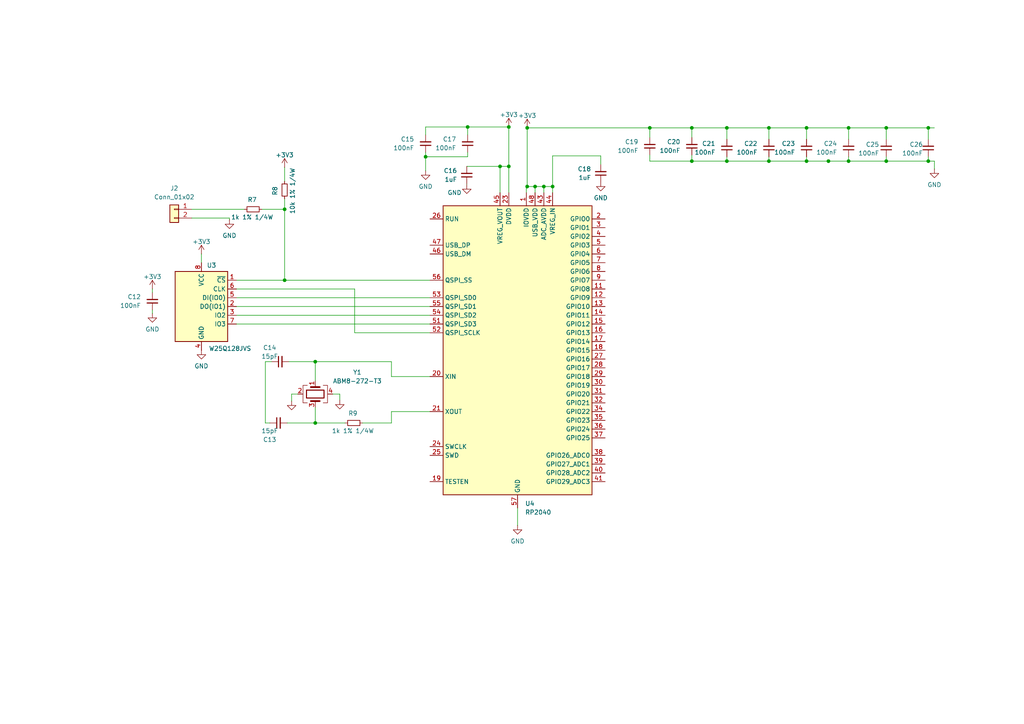
<source format=kicad_sch>
(kicad_sch (version 20231120) (generator "eeschema") (generator_version "8.0")
  (paper "A4")
  (lib_symbols
    (symbol "Connector_Generic:Conn_01x02" (pin_names (offset 1.016) hide)
      (property "Reference" "J" (at 0 2.54 0))
      (property "Value" "Conn_01x02" (at 0 -5.08 0))
      (symbol "Conn_01x02_1_1"
        (rectangle (start -1.27 -2.413) (end 0 -2.667) (stroke (width 0.1524)))
        (rectangle (start -1.27 0.127) (end 0 -0.127) (stroke (width 0.1524)))
        (rectangle (start -1.27 1.27) (end 1.27 -3.81) (stroke (width 0.254)) (fill (type background)))
        (pin passive line (at -5.08 0 0) (length 3.81) (name "Pin_1") (number "1"))
        (pin passive line (at -5.08 -2.54 0) (length 3.81) (name "Pin_2") (number "2"))
      )
    )
    (symbol "Device:C_Small" (pin_numbers hide) (pin_names (offset 0.254) hide)
      (property "Reference" "C" (at 0.254 1.778 0))
      (property "Value" "C_Small" (at 0.254 -2.032 0))
      (symbol "C_Small_0_1"
        (polyline (pts (xy -1.524 -0.508) (xy 1.524 -0.508)) (stroke (width 0.3302)))
        (polyline (pts (xy -1.524 0.508) (xy 1.524 0.508)) (stroke (width 0.3048)))
      )
      (symbol "C_Small_1_1"
        (pin passive line (at 0 2.54 270) (length 2.032) (name "~") (number "1"))
        (pin passive line (at 0 -2.54 90) (length 2.032) (name "~") (number "2"))
      )
    )
    (symbol "Device:Crystal_GND24" (pin_names (offset 1.016) hide)
      (property "Reference" "Y" (at 3.175 5.08 0))
      (property "Value" "Crystal_GND24" (at 3.175 3.175 0))
      (symbol "Crystal_GND24_0_1"
        (rectangle (start -1.143 2.54) (end 1.143 -2.54) (stroke (width 0.3048)))
        (polyline (pts (xy -2.54 0) (xy -2.032 0)))
        (polyline (pts (xy -2.032 -1.27) (xy -2.032 1.27)) (stroke (width 0.508)))
        (polyline (pts (xy 0 -3.81) (xy 0 -3.556)))
        (polyline (pts (xy 0 3.556) (xy 0 3.81)))
        (polyline (pts (xy 2.032 -1.27) (xy 2.032 1.27)) (stroke (width 0.508)))
        (polyline (pts (xy 2.032 0) (xy 2.54 0)))
        (polyline (pts (xy -2.54 -2.286) (xy -2.54 -3.556) (xy 2.54 -3.556) (xy 2.54 -2.286)))
        (polyline (pts (xy -2.54 2.286) (xy -2.54 3.556) (xy 2.54 3.556) (xy 2.54 2.286)))
      )
      (symbol "Crystal_GND24_1_1"
        (pin passive line (at -3.81 0 0) (length 1.27) (name "1") (number "1"))
        (pin passive line (at 0 5.08 270) (length 1.27) (name "2") (number "2"))
        (pin passive line (at 3.81 0 180) (length 1.27) (name "3") (number "3"))
        (pin passive line (at 0 -5.08 90) (length 1.27) (name "4") (number "4"))
      )
    )
    (symbol "Device:R_Small" (pin_numbers hide) (pin_names (offset 0.254) hide)
      (property "Reference" "R" (at 0.762 0.508 0))
      (property "Value" "R_Small" (at 0.762 -1.016 0))
      (symbol "R_Small_0_1"
        (rectangle (start -0.762 1.778) (end 0.762 -1.778) (stroke (width 0.2032)))
      )
      (symbol "R_Small_1_1"
        (pin passive line (at 0 2.54 270) (length 0.762) (name "~") (number "1"))
        (pin passive line (at 0 -2.54 90) (length 0.762) (name "~") (number "2"))
      )
    )
    (symbol "MCU_RaspberryPi:RP2040"
      (property "Reference" "U" (at 17.78 45.72 0))
      (property "Value" "RP2040" (at 17.78 43.18 0))
      (symbol "RP2040_0_1"
        (rectangle (start -21.59 41.91) (end 21.59 -41.91) (stroke (width 0.254)) (fill (type background)))
      )
      (symbol "RP2040_1_1"
        (pin power_in line (at 2.54 45.72 270) (length 3.81) (name "IOVDD") (number "1"))
        (pin passive line (at 2.54 45.72 270) (length 3.81) hide (name "IOVDD") (number "10"))
        (pin bidirectional line (at 25.4 17.78 180) (length 3.81) (name "GPIO8") (number "11"))
        (pin bidirectional line (at 25.4 15.24 180) (length 3.81) (name "GPIO9") (number "12"))
        (pin bidirectional line (at 25.4 12.7 180) (length 3.81) (name "GPIO10") (number "13"))
        (pin bidirectional line (at 25.4 10.16 180) (length 3.81) (name "GPIO11") (number "14"))
        (pin bidirectional line (at 25.4 7.62 180) (length 3.81) (name "GPIO12") (number "15"))
        (pin bidirectional line (at 25.4 5.08 180) (length 3.81) (name "GPIO13") (number "16"))
        (pin bidirectional line (at 25.4 2.54 180) (length 3.81) (name "GPIO14") (number "17"))
        (pin bidirectional line (at 25.4 0 180) (length 3.81) (name "GPIO15") (number "18"))
        (pin input line (at -25.4 -38.1 0) (length 3.81) (name "TESTEN") (number "19"))
        (pin bidirectional line (at 25.4 38.1 180) (length 3.81) (name "GPIO0") (number "2"))
        (pin input line (at -25.4 -7.62 0) (length 3.81) (name "XIN") (number "20"))
        (pin passive line (at -25.4 -17.78 0) (length 3.81) (name "XOUT") (number "21"))
        (pin passive line (at 2.54 45.72 270) (length 3.81) hide (name "IOVDD") (number "22"))
        (pin power_in line (at -2.54 45.72 270) (length 3.81) (name "DVDD") (number "23"))
        (pin input line (at -25.4 -27.94 0) (length 3.81) (name "SWCLK") (number "24"))
        (pin bidirectional line (at -25.4 -30.48 0) (length 3.81) (name "SWD") (number "25"))
        (pin input line (at -25.4 38.1 0) (length 3.81) (name "RUN") (number "26"))
        (pin bidirectional line (at 25.4 -2.54 180) (length 3.81) (name "GPIO16") (number "27"))
        (pin bidirectional line (at 25.4 -5.08 180) (length 3.81) (name "GPIO17") (number "28"))
        (pin bidirectional line (at 25.4 -7.62 180) (length 3.81) (name "GPIO18") (number "29"))
        (pin bidirectional line (at 25.4 35.56 180) (length 3.81) (name "GPIO1") (number "3"))
        (pin bidirectional line (at 25.4 -10.16 180) (length 3.81) (name "GPIO19") (number "30"))
        (pin bidirectional line (at 25.4 -12.7 180) (length 3.81) (name "GPIO20") (number "31"))
        (pin bidirectional line (at 25.4 -15.24 180) (length 3.81) (name "GPIO21") (number "32"))
        (pin passive line (at 2.54 45.72 270) (length 3.81) hide (name "IOVDD") (number "33"))
        (pin bidirectional line (at 25.4 -17.78 180) (length 3.81) (name "GPIO22") (number "34"))
        (pin bidirectional line (at 25.4 -20.32 180) (length 3.81) (name "GPIO23") (number "35"))
        (pin bidirectional line (at 25.4 -22.86 180) (length 3.81) (name "GPIO24") (number "36"))
        (pin bidirectional line (at 25.4 -25.4 180) (length 3.81) (name "GPIO25") (number "37"))
        (pin bidirectional line (at 25.4 -30.48 180) (length 3.81) (name "GPIO26_ADC0") (number "38"))
        (pin bidirectional line (at 25.4 -33.02 180) (length 3.81) (name "GPIO27_ADC1") (number "39"))
        (pin bidirectional line (at 25.4 33.02 180) (length 3.81) (name "GPIO2") (number "4"))
        (pin bidirectional line (at 25.4 -35.56 180) (length 3.81) (name "GPIO28_ADC2") (number "40"))
        (pin bidirectional line (at 25.4 -38.1 180) (length 3.81) (name "GPIO29_ADC3") (number "41"))
        (pin passive line (at 2.54 45.72 270) (length 3.81) hide (name "IOVDD") (number "42"))
        (pin power_in line (at 7.62 45.72 270) (length 3.81) (name "ADC_AVDD") (number "43"))
        (pin power_in line (at 10.16 45.72 270) (length 3.81) (name "VREG_IN") (number "44"))
        (pin power_out line (at -5.08 45.72 270) (length 3.81) (name "VREG_VOUT") (number "45"))
        (pin bidirectional line (at -25.4 27.94 0) (length 3.81) (name "USB_DM") (number "46"))
        (pin bidirectional line (at -25.4 30.48 0) (length 3.81) (name "USB_DP") (number "47"))
        (pin power_in line (at 5.08 45.72 270) (length 3.81) (name "USB_VDD") (number "48"))
        (pin passive line (at 2.54 45.72 270) (length 3.81) hide (name "IOVDD") (number "49"))
        (pin bidirectional line (at 25.4 30.48 180) (length 3.81) (name "GPIO3") (number "5"))
        (pin passive line (at -2.54 45.72 270) (length 3.81) hide (name "DVDD") (number "50"))
        (pin bidirectional line (at -25.4 7.62 0) (length 3.81) (name "QSPI_SD3") (number "51"))
        (pin output line (at -25.4 5.08 0) (length 3.81) (name "QSPI_SCLK") (number "52"))
        (pin bidirectional line (at -25.4 15.24 0) (length 3.81) (name "QSPI_SD0") (number "53"))
        (pin bidirectional line (at -25.4 10.16 0) (length 3.81) (name "QSPI_SD2") (number "54"))
        (pin bidirectional line (at -25.4 12.7 0) (length 3.81) (name "QSPI_SD1") (number "55"))
        (pin bidirectional line (at -25.4 20.32 0) (length 3.81) (name "QSPI_SS") (number "56"))
        (pin power_in line (at 0 -45.72 90) (length 3.81) (name "GND") (number "57"))
        (pin bidirectional line (at 25.4 27.94 180) (length 3.81) (name "GPIO4") (number "6"))
        (pin bidirectional line (at 25.4 25.4 180) (length 3.81) (name "GPIO5") (number "7"))
        (pin bidirectional line (at 25.4 22.86 180) (length 3.81) (name "GPIO6") (number "8"))
        (pin bidirectional line (at 25.4 20.32 180) (length 3.81) (name "GPIO7") (number "9"))
      )
    )
    (symbol "Memory_Flash:W25Q128JVS"
      (property "Reference" "U" (at -8.89 8.89 0))
      (property "Value" "W25Q128JVS" (at 7.62 8.89 0))
      (symbol "W25Q128JVS_0_1"
        (rectangle (start -7.62 10.16) (end 7.62 -10.16) (stroke (width 0.254)) (fill (type background)))
      )
      (symbol "W25Q128JVS_1_1"
        (pin input line (at -10.16 7.62 0) (length 2.54) (name "~{CS}") (number "1"))
        (pin bidirectional line (at -10.16 0 0) (length 2.54) (name "DO(IO1)") (number "2"))
        (pin bidirectional line (at -10.16 -2.54 0) (length 2.54) (name "IO2") (number "3"))
        (pin power_in line (at 0 -12.7 90) (length 2.54) (name "GND") (number "4"))
        (pin bidirectional line (at -10.16 2.54 0) (length 2.54) (name "DI(IO0)") (number "5"))
        (pin input line (at -10.16 5.08 0) (length 2.54) (name "CLK") (number "6"))
        (pin bidirectional line (at -10.16 -5.08 0) (length 2.54) (name "IO3") (number "7"))
        (pin power_in line (at 0 12.7 270) (length 2.54) (name "VCC") (number "8"))
      )
    )
    (symbol "power:GND" (power) (pin_numbers hide) (pin_names (offset 0) hide)
      (property "Value" "GND" (at 0 -3.81 0))
      (symbol "GND_0_1"
        (polyline (pts (xy 0 0) (xy 0 -1.27) (xy 1.27 -1.27) (xy 0 -2.54) (xy -1.27 -1.27) (xy 0 -1.27)))
      )
      (symbol "GND_1_1"
        (pin power_in line (at 0 0 270) (length 0) (name "~") (number "1"))
      )
    )
    (symbol "power:VCC" (power) (pin_numbers hide) (pin_names (offset 0) hide)
      (property "Value" "VCC" (at 0 3.556 0))
      (symbol "VCC_0_1"
        (polyline (pts (xy -0.762 1.27) (xy 0 2.54)))
        (polyline (pts (xy 0 0) (xy 0 2.54)))
        (polyline (pts (xy 0 2.54) (xy 0.762 1.27)))
      )
      (symbol "VCC_1_1"
        (pin power_in line (at 0 0 90) (length 0) (name "~") (number "1"))
      )
    )
  )
  (junction (at 135.636 36.83))
  (junction (at 152.908 54.102))
  (junction (at 91.44 104.902))
  (junction (at 152.908 37.084))
  (junction (at 210.82 46.736))
  (junction (at 233.934 46.736))
  (junction (at 82.55 60.706))
  (junction (at 246.126 37.084))
  (junction (at 269.24 37.084))
  (junction (at 257.048 46.736))
  (junction (at 155.194 54.102))
  (junction (at 157.734 54.102))
  (junction (at 91.44 122.682))
  (junction (at 123.444 45.466))
  (junction (at 223.012 37.084))
  (junction (at 246.126 46.736))
  (junction (at 210.82 37.084))
  (junction (at 147.574 48.26))
  (junction (at 233.934 37.084))
  (junction (at 200.66 37.084))
  (junction (at 223.012 46.736))
  (junction (at 257.048 37.084))
  (junction (at 82.55 81.28))
  (junction (at 145.034 48.26))
  (junction (at 269.24 46.736))
  (junction (at 200.66 46.736))
  (junction (at 147.574 36.83))
  (junction (at 240.284 46.736))
  (junction (at 188.468 37.084))
  (junction (at 160.274 54.102))
  (wire (pts (xy 83.312 122.682) (xy 91.44 122.682)))
  (wire (pts (xy 82.55 60.706) (xy 82.55 81.28)))
  (wire (pts (xy 68.58 93.98) (xy 124.714 93.98)))
  (wire (pts (xy 157.734 55.88) (xy 157.734 54.102)))
  (wire (pts (xy 240.284 46.736) (xy 246.126 46.736)))
  (wire (pts (xy 152.908 54.102) (xy 152.654 54.102)))
  (wire (pts (xy 210.82 37.084) (xy 210.82 40.386)))
  (wire (pts (xy 135.382 53.34) (xy 135.382 53.594)))
  (wire (pts (xy 91.44 104.902) (xy 113.538 104.902)))
  (wire (pts (xy 123.444 44.196) (xy 123.444 45.466)))
  (wire (pts (xy 44.196 83.82) (xy 44.196 84.836)))
  (wire (pts (xy 210.82 45.466) (xy 210.82 46.736)))
  (wire (pts (xy 155.194 54.102) (xy 152.908 54.102)))
  (wire (pts (xy 44.196 90.932) (xy 44.196 89.916)))
  (wire (pts (xy 210.82 37.084) (xy 200.66 37.084)))
  (wire (pts (xy 78.74 104.902) (xy 76.962 104.902)))
  (wire (pts (xy 223.012 37.084) (xy 233.934 37.084)))
  (wire (pts (xy 123.444 36.83) (xy 135.636 36.83)))
  (wire (pts (xy 68.58 81.28) (xy 82.55 81.28)))
  (wire (pts (xy 82.55 57.658) (xy 82.55 60.706)))
  (wire (pts (xy 174.244 45.212) (xy 160.274 45.212)))
  (wire (pts (xy 223.012 37.084) (xy 210.82 37.084)))
  (wire (pts (xy 257.048 40.386) (xy 257.048 37.084)))
  (wire (pts (xy 160.274 45.212) (xy 160.274 54.102)))
  (wire (pts (xy 91.44 104.902) (xy 91.44 110.49)))
  (wire (pts (xy 83.82 104.902) (xy 91.44 104.902)))
  (wire (pts (xy 135.636 36.83) (xy 135.636 39.116)))
  (wire (pts (xy 233.934 46.736) (xy 240.284 46.736)))
  (wire (pts (xy 188.468 37.084) (xy 152.908 37.084)))
  (wire (pts (xy 82.55 81.28) (xy 124.714 81.28)))
  (wire (pts (xy 210.82 46.736) (xy 223.012 46.736)))
  (wire (pts (xy 271.018 46.736) (xy 269.24 46.736)))
  (wire (pts (xy 123.444 45.466) (xy 135.636 45.466)))
  (wire (pts (xy 246.126 37.084) (xy 246.126 40.386)))
  (wire (pts (xy 257.048 45.466) (xy 257.048 46.736)))
  (wire (pts (xy 246.126 46.736) (xy 246.126 45.466)))
  (wire (pts (xy 246.126 37.084) (xy 257.048 37.084)))
  (wire (pts (xy 240.284 46.482) (xy 240.284 46.736)))
  (wire (pts (xy 269.24 46.736) (xy 269.24 45.466)))
  (wire (pts (xy 135.382 48.26) (xy 145.034 48.26)))
  (wire (pts (xy 223.012 45.466) (xy 223.012 46.736)))
  (wire (pts (xy 58.42 73.66) (xy 58.42 76.2)))
  (wire (pts (xy 257.048 46.736) (xy 246.126 46.736)))
  (wire (pts (xy 152.654 54.102) (xy 152.654 55.88)))
  (wire (pts (xy 223.012 37.084) (xy 223.012 40.386)))
  (wire (pts (xy 271.018 49.022) (xy 271.018 46.736)))
  (wire (pts (xy 68.58 88.9) (xy 124.714 88.9)))
  (wire (pts (xy 257.048 46.736) (xy 269.24 46.736)))
  (wire (pts (xy 105.156 122.682) (xy 113.538 122.682)))
  (wire (pts (xy 75.946 60.706) (xy 82.55 60.706)))
  (wire (pts (xy 223.012 46.736) (xy 233.934 46.736)))
  (wire (pts (xy 113.538 109.22) (xy 124.714 109.22)))
  (wire (pts (xy 188.468 44.958) (xy 188.468 46.736)))
  (wire (pts (xy 188.468 37.084) (xy 188.468 39.878)))
  (wire (pts (xy 68.58 86.36) (xy 124.714 86.36)))
  (wire (pts (xy 200.66 46.736) (xy 210.82 46.736)))
  (wire (pts (xy 82.55 48.514) (xy 82.55 52.578)))
  (wire (pts (xy 152.908 37.084) (xy 152.908 54.102)))
  (wire (pts (xy 123.444 49.53) (xy 123.444 45.466)))
  (wire (pts (xy 86.36 114.3) (xy 84.582 114.3)))
  (wire (pts (xy 145.034 55.88) (xy 145.034 48.26)))
  (wire (pts (xy 147.574 48.26) (xy 147.574 55.88)))
  (wire (pts (xy 66.548 63.246) (xy 66.548 63.754)))
  (wire (pts (xy 113.538 119.38) (xy 124.714 119.38)))
  (wire (pts (xy 91.44 122.682) (xy 100.076 122.682)))
  (wire (pts (xy 68.58 91.44) (xy 124.714 91.44)))
  (wire (pts (xy 269.24 37.084) (xy 269.24 40.386)))
  (wire (pts (xy 157.734 54.102) (xy 160.274 54.102)))
  (wire (pts (xy 84.582 114.3) (xy 84.582 116.332)))
  (wire (pts (xy 150.114 147.32) (xy 150.114 152.4)))
  (wire (pts (xy 147.574 36.83) (xy 147.574 48.26)))
  (wire (pts (xy 102.87 96.52) (xy 124.714 96.52)))
  (wire (pts (xy 200.66 44.958) (xy 200.66 46.736)))
  (wire (pts (xy 55.626 63.246) (xy 66.548 63.246)))
  (wire (pts (xy 55.626 60.706) (xy 70.866 60.706)))
  (wire (pts (xy 233.934 45.466) (xy 233.934 46.736)))
  (wire (pts (xy 68.58 83.82) (xy 102.87 83.82)))
  (wire (pts (xy 123.444 39.116) (xy 123.444 36.83)))
  (wire (pts (xy 200.66 37.084) (xy 200.66 39.878)))
  (wire (pts (xy 271.018 37.084) (xy 269.24 37.084)))
  (wire (pts (xy 233.934 37.084) (xy 246.126 37.084)))
  (wire (pts (xy 76.962 122.682) (xy 78.232 122.682)))
  (wire (pts (xy 257.048 37.084) (xy 269.24 37.084)))
  (wire (pts (xy 135.636 45.466) (xy 135.636 44.196)))
  (wire (pts (xy 98.552 114.3) (xy 98.552 116.078)))
  (wire (pts (xy 145.034 48.26) (xy 147.574 48.26)))
  (wire (pts (xy 96.52 114.3) (xy 98.552 114.3)))
  (wire (pts (xy 91.44 118.11) (xy 91.44 122.682)))
  (wire (pts (xy 233.934 40.386) (xy 233.934 37.084)))
  (wire (pts (xy 200.66 37.084) (xy 188.468 37.084)))
  (wire (pts (xy 157.734 54.102) (xy 155.194 54.102)))
  (wire (pts (xy 102.87 83.82) (xy 102.87 96.52)))
  (wire (pts (xy 155.194 54.102) (xy 155.194 55.88)))
  (wire (pts (xy 76.962 104.902) (xy 76.962 122.682)))
  (wire (pts (xy 113.538 104.902) (xy 113.538 109.22)))
  (wire (pts (xy 188.468 46.736) (xy 200.66 46.736)))
  (wire (pts (xy 160.274 54.102) (xy 160.274 55.88)))
  (wire (pts (xy 113.538 122.682) (xy 113.538 119.38)))
  (wire (pts (xy 174.244 47.752) (xy 174.244 45.212)))
  (wire (pts (xy 135.636 36.83) (xy 147.574 36.83)))
  (symbol (lib_id "Device:R_Small") (at 82.55 55.118 180) (unit 1)
    (property "Reference" "R8" (at 79.756 55.372 90))
    (property "Value" "10k 1% 1/4W" (at 84.836 55.372 90))
    (property "Description" "Resistor, small symbol" (effects (hide yes)))
  )
  (symbol (lib_id "Device:C_Small") (at 174.244 50.292 0) (mirror x) (unit 1)
    (property "Reference" "C18" (at 171.45 49.0155 0) (effects (justify right)))
    (property "Value" "1uF" (at 171.45 51.5555 0) (effects (justify right)))
    (property "Description" "Unpolarized capacitor, small symbol" (effects (hide yes)))
  )
  (symbol (lib_id "Device:C_Small") (at 80.772 122.682 90) (unit 1)
    (property "Reference" "C13" (at 78.232 127.508 90))
    (property "Value" "15pF" (at 78.232 124.968 90))
    (property "Description" "Unpolarized capacitor, small symbol" (effects (hide yes)))
  )
  (symbol (lib_id "Device:R_Small") (at 102.616 122.682 90) (unit 1)
    (property "Reference" "R9" (at 102.362 119.888 90))
    (property "Value" "1k 1% 1/4W" (at 102.362 124.968 90))
    (property "Description" "Resistor, small symbol" (effects (hide yes)))
  )
  (symbol (lib_id "Device:R_Small") (at 73.406 60.706 90) (unit 1)
    (property "Reference" "R7" (at 73.152 57.912 90))
    (property "Value" "1k 1% 1/4W" (at 73.152 62.992 90))
    (property "Description" "Resistor, small symbol" (effects (hide yes)))
  )
  (symbol (lib_id "Device:C_Small") (at 135.382 50.8 0) (mirror x) (unit 1)
    (property "Reference" "C16" (at 132.588 49.5235 0) (effects (justify right)))
    (property "Value" "1uF" (at 132.588 52.0635 0) (effects (justify right)))
    (property "Description" "Unpolarized capacitor, small symbol" (effects (hide yes)))
  )
  (symbol (lib_id "Device:C_Small") (at 210.82 42.926 0) (mirror x) (unit 1)
    (property "Reference" "C21" (at 207.518 41.6495 0) (effects (justify right)))
    (property "Value" "100nF" (at 207.518 44.1895 0) (effects (justify right)))
    (property "Description" "Unpolarized capacitor, small symbol" (effects (hide yes)))
  )
  (symbol (lib_id "Device:C_Small") (at 200.66 42.418 0) (mirror x) (unit 1)
    (property "Reference" "C20" (at 197.358 41.1415 0) (effects (justify right)))
    (property "Value" "100nF" (at 197.358 43.6815 0) (effects (justify right)))
    (property "Description" "Unpolarized capacitor, small symbol" (effects (hide yes)))
  )
  (symbol (lib_id "power:GND") (at 123.444 49.53 0) (unit 1)
    (property "Reference" "#PWR021" (effects (hide yes)))
    (property "Value" "GND" (at 123.444 54.102 0))
    (property "Description" "Power symbol creates a global label with name \"GND\" , ground" (effects (hide yes)))
  )
  (symbol (lib_id "power:VCC") (at 147.574 36.83 0) (unit 1)
    (property "Reference" "#PWR023" (effects (hide yes)))
    (property "Value" "+3V3" (at 147.574 33.274 0))
    (property "Description" "Power symbol creates a global label with name \"VCC\"" (effects (hide yes)))
  )
  (symbol (lib_id "power:GND") (at 66.548 63.754 0) (unit 1)
    (property "Reference" "#PWR017" (effects (hide yes)))
    (property "Value" "GND" (at 66.548 68.326 0))
    (property "Description" "Power symbol creates a global label with name \"GND\" , ground" (effects (hide yes)))
  )
  (symbol (lib_id "Device:C_Small") (at 223.012 42.926 0) (mirror x) (unit 1)
    (property "Reference" "C22" (at 219.71 41.6495 0) (effects (justify right)))
    (property "Value" "100nF" (at 219.71 44.1895 0) (effects (justify right)))
    (property "Description" "Unpolarized capacitor, small symbol" (effects (hide yes)))
  )
  (symbol (lib_id "Device:C_Small") (at 81.28 104.902 90) (mirror x) (unit 1)
    (property "Reference" "C14" (at 78.232 100.838 90))
    (property "Value" "15pF" (at 78.232 103.378 90))
    (property "Description" "Unpolarized capacitor, small symbol" (effects (hide yes)))
  )
  (symbol (lib_id "power:GND") (at 44.196 90.932 0) (unit 1)
    (property "Reference" "#PWR014" (effects (hide yes)))
    (property "Value" "GND" (at 44.196 95.504 0))
    (property "Description" "Power symbol creates a global label with name \"GND\" , ground" (effects (hide yes)))
  )
  (symbol (lib_id "power:GND") (at 84.582 116.332 0) (unit 1)
    (property "Reference" "#PWR019" (effects (hide yes)))
    (property "Value" "GND" (effects (hide yes)))
    (property "Description" "Power symbol creates a global label with name \"GND\" , ground" (effects (hide yes)))
  )
  (symbol (lib_id "power:GND") (at 135.382 53.594 0) (unit 1)
    (property "Reference" "#PWR022" (effects (hide yes)))
    (property "Value" "GND" (at 131.826 55.88 0))
    (property "Description" "Power symbol creates a global label with name \"GND\" , ground" (effects (hide yes)))
  )
  (symbol (lib_id "power:GND") (at 150.114 152.4 0) (unit 1)
    (property "Reference" "#PWR024" (effects (hide yes)))
    (property "Value" "GND" (at 150.114 156.972 0))
    (property "Description" "Power symbol creates a global label with name \"GND\" , ground" (effects (hide yes)))
  )
  (symbol (lib_id "power:VCC") (at 152.908 37.084 0) (unit 1)
    (property "Reference" "#PWR025" (effects (hide yes)))
    (property "Value" "+3V3" (at 152.908 33.528 0))
    (property "Description" "Power symbol creates a global label with name \"VCC\"" (effects (hide yes)))
  )
  (symbol (lib_id "MCU_RaspberryPi:RP2040") (at 150.114 101.6 0) (unit 1)
    (property "Reference" "U4" (at 152.3081 146.05 0) (effects (justify left)))
    (property "Value" "RP2040" (at 152.3081 148.59 0) (effects (justify left)))
    (property "Footprint" "Package_DFN_QFN:QFN-56-1EP_7x7mm_P0.4mm_EP3.2x3.2mm" (effects (hide yes)))
    (property "Datasheet" "https://datasheets.raspberrypi.com/rp2040/rp2040-datasheet.pdf" (effects (hide yes)))
    (property "Description" "A microcontroller by Raspberry Pi" (effects (hide yes)))
  )
  (symbol (lib_id "power:VCC") (at 58.42 73.66 0) (unit 1)
    (property "Reference" "#PWR015" (effects (hide yes)))
    (property "Value" "+3V3" (at 58.42 70.104 0))
    (property "Description" "Power symbol creates a global label with name \"VCC\"" (effects (hide yes)))
  )
  (symbol (lib_id "power:VCC") (at 82.55 48.514 0) (unit 1)
    (property "Reference" "#PWR018" (effects (hide yes)))
    (property "Value" "+3V3" (at 82.55 44.958 0))
    (property "Description" "Power symbol creates a global label with name \"VCC\"" (effects (hide yes)))
  )
  (symbol (lib_id "Device:C_Small") (at 257.048 42.926 0) (mirror x) (unit 1)
    (property "Reference" "C25" (at 255.016 41.91 0) (effects (justify right)))
    (property "Value" "100nF" (at 255.016 44.45 0) (effects (justify right)))
    (property "Description" "Unpolarized capacitor, small symbol" (effects (hide yes)))
  )
  (symbol (lib_id "Connector_Generic:Conn_01x02") (at 50.546 60.706 0) (mirror y) (unit 1)
    (property "Reference" "J2" (at 50.546 54.61 0))
    (property "Value" "Conn_01x02" (at 50.546 57.15 0))
    (property "Description" "Generic connector, single row, 01x02, script generated (kicad-library-utils/schlib/autogen/connector/)" (effects (hide yes)))
  )
  (symbol (lib_id "power:GND") (at 174.244 52.832 0) (unit 1)
    (property "Reference" "#PWR026" (effects (hide yes)))
    (property "Value" "GND" (at 174.244 57.404 0))
    (property "Description" "Power symbol creates a global label with name \"GND\" , ground" (effects (hide yes)))
  )
  (symbol (lib_id "Memory_Flash:W25Q128JVS") (at 58.42 88.9 0) (mirror y) (unit 1)
    (property "Reference" "U3" (at 62.738 76.962 0) (effects (justify left)))
    (property "Value" "W25Q128JVS" (at 72.898 101.092 0) (effects (justify left)))
    (property "Footprint" "Package_SO:SOIC-8_5.23x5.23mm_P1.27mm" (effects (hide yes)))
    (property "Datasheet" "http://www.winbond.com/resource-files/w25q128jv_dtr%20revc%2003272018%20plus.pdf" (effects (hide yes)))
    (property "Description" "128Mb Serial Flash Memory, Standard/Dual/Quad SPI, SOIC-8" (effects (hide yes)))
  )
  (symbol (lib_id "Device:C_Small") (at 246.126 42.926 0) (mirror x) (unit 1)
    (property "Reference" "C24" (at 242.824 41.6495 0) (effects (justify right)))
    (property "Value" "100nF" (at 242.824 44.1895 0) (effects (justify right)))
    (property "Description" "Unpolarized capacitor, small symbol" (effects (hide yes)))
  )
  (symbol (lib_id "Device:C_Small") (at 135.636 41.656 0) (mirror x) (unit 1)
    (property "Reference" "C17" (at 132.334 40.3795 0) (effects (justify right)))
    (property "Value" "100nF" (at 132.334 42.9195 0) (effects (justify right)))
    (property "Description" "Unpolarized capacitor, small symbol" (effects (hide yes)))
  )
  (symbol (lib_id "Device:C_Small") (at 44.196 87.376 0) (mirror x) (unit 1)
    (property "Reference" "C12" (at 40.894 86.0995 0) (effects (justify right)))
    (property "Value" "100nF" (at 40.894 88.6395 0) (effects (justify right)))
    (property "Description" "Unpolarized capacitor, small symbol" (effects (hide yes)))
  )
  (symbol (lib_id "Device:Crystal_GND24") (at 91.44 114.3 90) (mirror x) (unit 1)
    (property "Reference" "Y1" (at 103.632 107.9814 90))
    (property "Value" "ABM8-272-T3" (at 103.632 110.5214 90))
    (property "Description" "Four pin crystal, GND on pins 2 and 4" (effects (hide yes)))
  )
  (symbol (lib_id "power:GND") (at 271.018 49.022 0) (unit 1)
    (property "Reference" "#PWR027" (effects (hide yes)))
    (property "Value" "GND" (at 271.018 53.594 0))
    (property "Description" "Power symbol creates a global label with name \"GND\" , ground" (effects (hide yes)))
  )
  (symbol (lib_id "Device:C_Small") (at 123.444 41.656 0) (mirror x) (unit 1)
    (property "Reference" "C15" (at 120.142 40.3795 0) (effects (justify right)))
    (property "Value" "100nF" (at 120.142 42.9195 0) (effects (justify right)))
    (property "Description" "Unpolarized capacitor, small symbol" (effects (hide yes)))
  )
  (symbol (lib_id "Device:C_Small") (at 233.934 42.926 0) (mirror x) (unit 1)
    (property "Reference" "C23" (at 230.632 41.6495 0) (effects (justify right)))
    (property "Value" "100nF" (at 230.632 44.1895 0) (effects (justify right)))
    (property "Description" "Unpolarized capacitor, small symbol" (effects (hide yes)))
  )
  (symbol (lib_id "power:GND") (at 98.552 116.078 0) (unit 1)
    (property "Reference" "#PWR020" (effects (hide yes)))
    (property "Value" "GND" (effects (hide yes)))
    (property "Description" "Power symbol creates a global label with name \"GND\" , ground" (effects (hide yes)))
  )
  (symbol (lib_id "Device:C_Small") (at 269.24 42.926 0) (mirror x) (unit 1)
    (property "Reference" "C26" (at 267.716 41.91 0) (effects (justify right)))
    (property "Value" "100nF" (at 267.716 44.45 0) (effects (justify right)))
    (property "Description" "Unpolarized capacitor, small symbol" (effects (hide yes)))
  )
  (symbol (lib_id "power:VCC") (at 44.196 83.82 0) (unit 1)
    (property "Reference" "#PWR013" (effects (hide yes)))
    (property "Value" "+3V3" (at 44.196 80.264 0))
    (property "Description" "Power symbol creates a global label with name \"VCC\"" (effects (hide yes)))
  )
  (symbol (lib_id "power:GND") (at 58.42 101.6 0) (unit 1)
    (property "Reference" "#PWR016" (effects (hide yes)))
    (property "Value" "GND" (at 58.42 106.172 0))
    (property "Description" "Power symbol creates a global label with name \"GND\" , ground" (effects (hide yes)))
  )
  (symbol (lib_id "Device:C_Small") (at 188.468 42.418 0) (mirror x) (unit 1)
    (property "Reference" "C19" (at 185.166 41.1415 0) (effects (justify right)))
    (property "Value" "100nF" (at 185.166 43.6815 0) (effects (justify right)))
    (property "Description" "Unpolarized capacitor, small symbol" (effects (hide yes)))
  )
)
</source>
